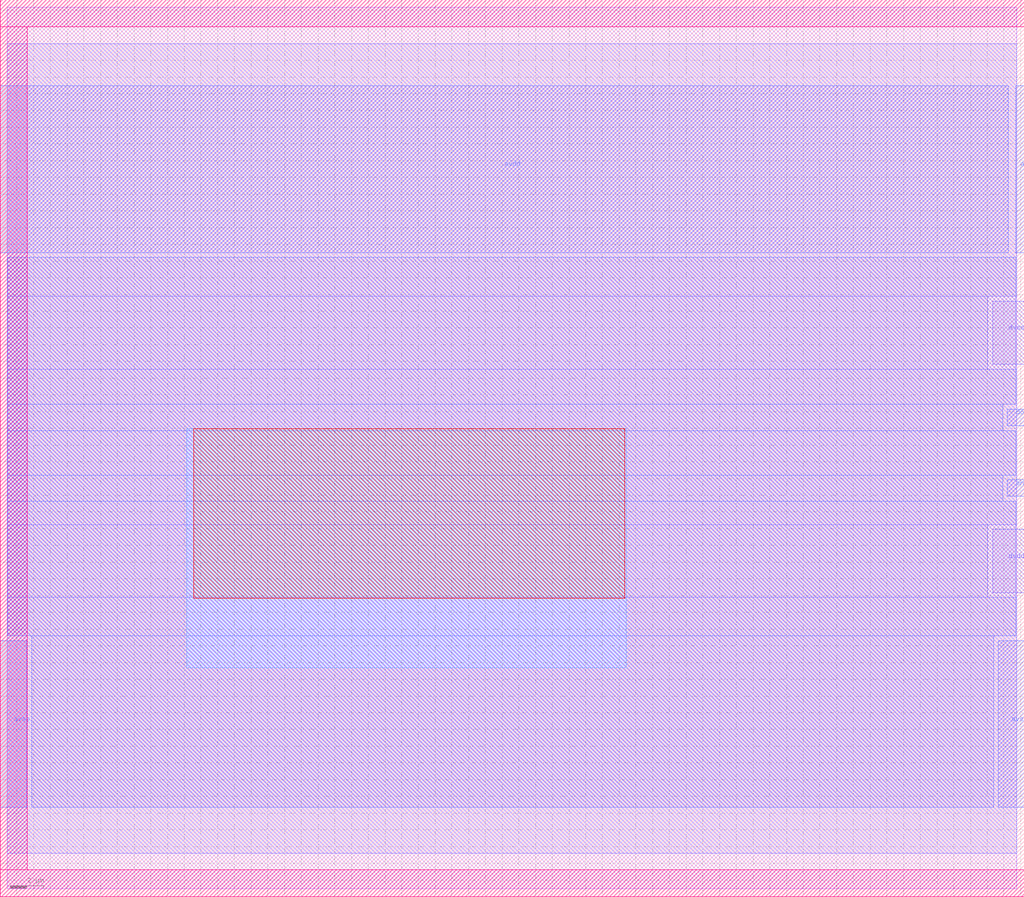
<source format=lef>
VERSION 5.7 ;
  NOWIREEXTENSIONATPIN ON ;
  DIVIDERCHAR "/" ;
  BUSBITCHARS "[]" ;
MACRO sky130_ef_ip__rc_osc_500k
  CLASS BLOCK ;
  FOREIGN sky130_ef_ip__rc_osc_500k ;
  ORIGIN 0.000 0.000 ;
  SIZE 61.210 BY 53.620 ;
  PIN avdd
    ANTENNADIFFAREA 148.310989 ;
    PORT
      LAYER met2 ;
        RECT 0.000 38.505 60.270 48.475 ;
    END
    PORT
      LAYER met2 ;
        RECT 60.710 38.505 61.210 48.475 ;
    END
  END avdd
  PIN avss
    ANTENNADIFFAREA 114.014595 ;
    PORT
      LAYER met2 ;
        RECT 0.000 5.340 1.595 15.310 ;
    END
    PORT
      LAYER met2 ;
        RECT 59.670 5.340 61.210 15.310 ;
    END
  END avss
  PIN dvss
    ANTENNADIFFAREA 6.628900 ;
    PORT
      LAYER met1 ;
        RECT 59.320 31.820 61.210 35.605 ;
    END
  END dvss
  PIN dvdd
    ANTENNADIFFAREA 4.280700 ;
    PORT
      LAYER met1 ;
        RECT 59.320 18.170 61.210 21.955 ;
    END
  END dvdd
  PIN ena
    ANTENNAGATEAREA 0.858000 ;
    ANTENNADIFFAREA 0.202500 ;
    PORT
      LAYER met2 ;
        RECT 60.210 23.930 61.210 24.930 ;
    END
  END ena
  PIN dout
    ANTENNADIFFAREA 0.556800 ;
    PORT
      LAYER met2 ;
        RECT 60.210 28.150 61.210 29.150 ;
    END
  END dout
  OBS
      LAYER nwell ;
        RECT 0.000 52.010 61.210 53.620 ;
        RECT 0.000 1.610 1.610 52.010 ;
        RECT 0.000 0.000 61.210 1.610 ;
      LAYER li1 ;
        RECT 0.430 0.465 60.755 53.180 ;
      LAYER met1 ;
        RECT 0.430 35.885 60.760 51.000 ;
        RECT 0.430 31.540 59.040 35.885 ;
        RECT 0.430 22.235 60.760 31.540 ;
        RECT 0.430 17.890 59.040 22.235 ;
        RECT 0.430 2.590 60.760 17.890 ;
      LAYER met2 ;
        RECT 0.460 29.430 60.710 38.225 ;
        RECT 0.460 27.870 59.930 29.430 ;
        RECT 0.460 25.210 60.710 27.870 ;
        RECT 0.460 23.650 59.930 25.210 ;
        RECT 0.460 15.590 60.710 23.650 ;
        RECT 1.875 5.340 59.390 15.590 ;
      LAYER met3 ;
        RECT 11.160 13.680 37.435 27.985 ;
      LAYER met4 ;
        RECT 11.555 17.850 37.335 27.990 ;
  END
END sky130_ef_ip__rc_osc_500k
END LIBRARY


</source>
